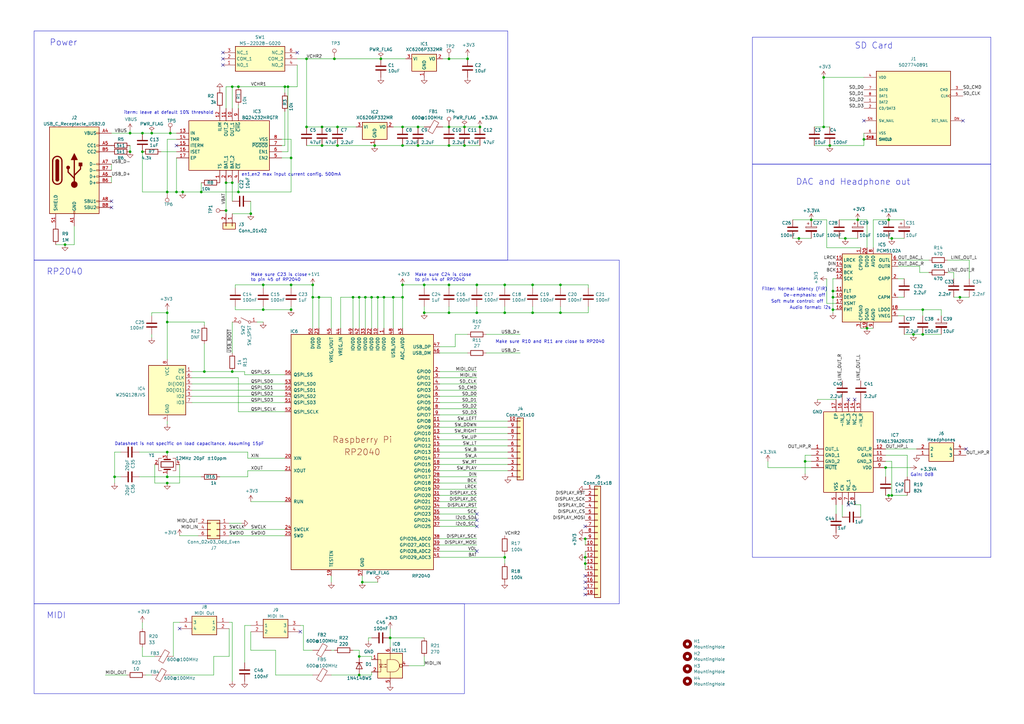
<source format=kicad_sch>
(kicad_sch (version 20230121) (generator eeschema)
  (paper "A3")
  (title_block (title "picoTracker") (date "2023-05-03") (rev "REV1"))
  (junction (at 218.44 116.84))
  (junction (at 68.58 132.08))
  (junction (at 165.1 59.69))
  (junction (at 184.15 128.27))
  (junction (at 154.94 121.92))
  (junction (at 130.81 121.92))
  (junction (at 68.58 128.27))
  (junction (at 330.2 189.23))
  (junction (at 147.32 121.92))
  (junction (at 107.95 127))
  (junction (at 327.66 97.79))
  (junction (at 69.85 54.61))
  (junction (at 95.25 74.93))
  (junction (at 102.87 87.63))
  (junction (at 92.71 74.93))
  (junction (at 157.48 121.92))
  (junction (at 341.63 119.38))
  (junction (at 26.67 100.33))
  (junction (at 240.03 220.98))
  (junction (at 165.1 52.07))
  (junction (at 125.73 24.13))
  (junction (at 240.03 228.6))
  (junction (at 207.01 116.84))
  (junction (at 68.58 195.58))
  (junction (at 184.15 59.69))
  (junction (at 152.4 121.92))
  (junction (at 190.5 59.69))
  (junction (at 184.15 116.84))
  (junction (at 337.82 52.07))
  (junction (at 156.21 24.13))
  (junction (at 184.15 24.13))
  (junction (at 153.67 59.69))
  (junction (at 346.71 97.79))
  (junction (at 207.01 228.6))
  (junction (at 107.95 116.84))
  (junction (at 144.78 121.92))
  (junction (at 137.16 24.13))
  (junction (at 218.44 128.27))
  (junction (at 128.27 121.92))
  (junction (at 229.87 128.27))
  (junction (at 132.08 52.07))
  (junction (at 363.22 191.77))
  (junction (at 68.58 185.42))
  (junction (at 62.23 54.61))
  (junction (at 240.03 231.14))
  (junction (at 171.45 59.69))
  (junction (at 128.27 116.84))
  (junction (at 332.74 90.17))
  (junction (at 97.79 78.74))
  (junction (at 138.43 52.07))
  (junction (at 68.58 198.12))
  (junction (at 341.63 127))
  (junction (at 378.46 127))
  (junction (at 58.42 54.61))
  (junction (at 68.58 78.74))
  (junction (at 173.99 128.27))
  (junction (at 195.58 116.84))
  (junction (at 119.38 64.77))
  (junction (at 393.7 121.92))
  (junction (at 354.33 57.15))
  (junction (at 119.38 127))
  (junction (at 196.85 52.07))
  (junction (at 119.38 116.84))
  (junction (at 374.65 137.16))
  (junction (at 92.71 86.36))
  (junction (at 97.79 35.56))
  (junction (at 195.58 128.27))
  (junction (at 191.77 24.13))
  (junction (at 161.29 121.92))
  (junction (at 355.6 134.62))
  (junction (at 160.02 261.62))
  (junction (at 95.25 152.4))
  (junction (at 53.34 54.61))
  (junction (at 351.79 90.17))
  (junction (at 46.99 195.58))
  (junction (at 340.36 59.69))
  (junction (at 82.55 78.74))
  (junction (at 83.82 152.4))
  (junction (at 125.73 52.07))
  (junction (at 147.32 269.24))
  (junction (at 118.11 35.56))
  (junction (at 364.49 90.17))
  (junction (at 171.45 52.07))
  (junction (at 364.49 203.2))
  (junction (at 147.32 276.86))
  (junction (at 53.34 62.23))
  (junction (at 173.99 116.84))
  (junction (at 378.46 137.16))
  (junction (at 337.82 31.75))
  (junction (at 165.1 116.84))
  (junction (at 74.93 78.74))
  (junction (at 229.87 116.84))
  (junction (at 184.15 52.07))
  (junction (at 132.08 59.69))
  (junction (at 138.43 59.69))
  (junction (at 190.5 52.07))
  (junction (at 341.63 121.92))
  (junction (at 207.01 128.27))
  (junction (at 149.86 121.92))
  (junction (at 165.1 121.92))
  (junction (at 72.39 78.74))
  (junction (at 95.25 35.56))
  (junction (at 365.76 97.79))
  (junction (at 365.76 203.2))
  (junction (at 116.84 35.56))
  (junction (at 58.42 62.23))
  (junction (at 148.59 238.76))
  (no_connect (at 72.39 59.69))
  (no_connect (at 91.44 21.59))
  (no_connect (at 240.03 238.76))
  (no_connect (at 195.58 213.36))
  (no_connect (at 91.44 24.13))
  (no_connect (at 45.72 85.09))
  (no_connect (at 240.03 236.22))
  (no_connect (at 394.97 49.53))
  (no_connect (at 195.58 215.9))
  (no_connect (at 240.03 241.3))
  (no_connect (at 354.33 49.53))
  (no_connect (at 240.03 243.84))
  (no_connect (at 123.19 259.08))
  (no_connect (at 396.24 184.15))
  (no_connect (at 350.52 163.83))
  (no_connect (at 240.03 215.9))
  (no_connect (at 347.98 207.01))
  (no_connect (at 73.66 257.81))
  (no_connect (at 347.98 163.83))
  (no_connect (at 121.92 21.59))
  (no_connect (at 195.58 226.06))
  (no_connect (at 45.72 82.55))
  (no_connect (at 91.44 26.67))
  (no_connect (at 195.58 210.82))
  (wire (pts (xy 99.06 214.63) (xy 93.98 214.63)))
  (wire (pts (xy 128.27 116.84) (xy 128.27 121.92)))
  (wire (pts (xy 165.1 116.84) (xy 173.99 116.84)))
  (wire (pts (xy 73.66 219.71) (xy 81.28 219.71)))
  (wire (pts (xy 386.08 129.54) (xy 386.08 127)))
  (wire (pts (xy 92.71 74.93) (xy 95.25 74.93)))
  (wire (pts (xy 180.34 180.34) (xy 208.28 180.34)))
  (wire (pts (xy 368.3 127) (xy 378.46 127)))
  (wire (pts (xy 74.93 78.74) (xy 82.55 78.74)))
  (wire (pts (xy 96.52 125.73) (xy 96.52 127)))
  (wire (pts (xy 195.58 128.27) (xy 184.15 128.27)))
  (wire (pts (xy 160.02 261.62) (xy 160.02 265.43)))
  (wire (pts (xy 97.79 43.18) (xy 97.79 44.45)))
  (wire (pts (xy 63.5 198.12) (xy 68.58 198.12)))
  (wire (pts (xy 154.94 134.62) (xy 154.94 121.92)))
  (wire (pts (xy 135.89 236.22) (xy 135.89 238.76)))
  (wire (pts (xy 102.87 266.7) (xy 113.03 266.7)))
  (wire (pts (xy 364.49 203.2) (xy 365.76 203.2)))
  (wire (pts (xy 332.74 186.69) (xy 330.2 186.69)))
  (wire (pts (xy 218.44 116.84) (xy 229.87 116.84)))
  (wire (pts (xy 397.51 106.68) (xy 397.51 114.3)))
  (wire (pts (xy 78.74 165.1) (xy 116.84 165.1)))
  (wire (pts (xy 144.78 134.62) (xy 144.78 121.92)))
  (wire (pts (xy 125.73 24.13) (xy 125.73 52.07)))
  (wire (pts (xy 195.58 125.73) (xy 195.58 128.27)))
  (wire (pts (xy 358.14 101.6) (xy 358.14 90.17)))
  (wire (pts (xy 53.34 62.23) (xy 53.34 59.69)))
  (wire (pts (xy 180.34 185.42) (xy 208.28 185.42)))
  (wire (pts (xy 365.76 203.2) (xy 365.76 189.23)))
  (wire (pts (xy 62.23 54.61) (xy 69.85 54.61)))
  (wire (pts (xy 207.01 128.27) (xy 195.58 128.27)))
  (wire (pts (xy 341.63 119.38) (xy 341.63 121.92)))
  (wire (pts (xy 97.79 35.56) (xy 116.84 35.56)))
  (wire (pts (xy 119.38 116.84) (xy 128.27 116.84)))
  (wire (pts (xy 339.09 124.46) (xy 342.9 124.46)))
  (wire (pts (xy 180.34 205.74) (xy 195.58 205.74)))
  (wire (pts (xy 93.98 219.71) (xy 116.84 219.71)))
  (wire (pts (xy 353.06 134.62) (xy 355.6 134.62)))
  (wire (pts (xy 180.34 172.72) (xy 208.28 172.72)))
  (wire (pts (xy 374.65 137.16) (xy 378.46 137.16)))
  (wire (pts (xy 139.7 134.62) (xy 139.7 121.92)))
  (wire (pts (xy 130.81 134.62) (xy 130.81 121.92)))
  (wire (pts (xy 147.32 266.7) (xy 147.32 269.24)))
  (wire (pts (xy 128.27 276.86) (xy 113.03 276.86)))
  (wire (pts (xy 92.71 44.45) (xy 92.71 35.56)))
  (wire (pts (xy 53.34 53.34) (xy 53.34 54.61)))
  (wire (pts (xy 58.42 265.43) (xy 58.42 269.24)))
  (wire (pts (xy 378.46 127) (xy 378.46 129.54)))
  (wire (pts (xy 78.74 162.56) (xy 116.84 162.56)))
  (wire (pts (xy 148.59 238.76) (xy 154.94 238.76)))
  (wire (pts (xy 335.28 163.83) (xy 342.9 163.83)))
  (wire (pts (xy 386.08 127) (xy 378.46 127)))
  (wire (pts (xy 124.46 256.54) (xy 124.46 266.7)))
  (wire (pts (xy 95.25 87.63) (xy 102.87 87.63)))
  (wire (pts (xy 240.03 228.6) (xy 240.03 231.14)))
  (wire (pts (xy 57.15 195.58) (xy 68.58 195.58)))
  (wire (pts (xy 240.03 226.06) (xy 240.03 228.6)))
  (wire (pts (xy 180.34 177.8) (xy 208.28 177.8)))
  (wire (pts (xy 135.89 134.62) (xy 135.89 121.92)))
  (wire (pts (xy 353.06 212.09) (xy 353.06 207.01)))
  (wire (pts (xy 83.82 140.97) (xy 83.82 152.4)))
  (wire (pts (xy 97.79 74.93) (xy 97.79 78.74)))
  (wire (pts (xy 116.84 35.56) (xy 118.11 35.56)))
  (wire (pts (xy 180.34 208.28) (xy 195.58 208.28)))
  (wire (pts (xy 71.12 269.24) (xy 71.12 255.27)))
  (wire (pts (xy 327.66 97.79) (xy 332.74 97.79)))
  (wire (pts (xy 96.52 116.84) (xy 107.95 116.84)))
  (wire (pts (xy 116.84 205.74) (xy 102.87 205.74)))
  (wire (pts (xy 388.62 106.68) (xy 397.51 106.68)))
  (wire (pts (xy 180.34 190.5) (xy 208.28 190.5)))
  (wire (pts (xy 363.22 189.23) (xy 365.76 189.23)))
  (wire (pts (xy 165.1 52.07) (xy 171.45 52.07)))
  (wire (pts (xy 342.9 207.01) (xy 342.9 210.82)))
  (wire (pts (xy 388.62 111.76) (xy 391.16 111.76)))
  (wire (pts (xy 207.01 228.6) (xy 207.01 227.33)))
  (wire (pts (xy 62.23 129.54) (xy 62.23 128.27)))
  (wire (pts (xy 363.22 203.2) (xy 364.49 203.2)))
  (wire (pts (xy 363.22 191.77) (xy 373.38 191.77)))
  (wire (pts (xy 128.27 266.7) (xy 124.46 266.7)))
  (wire (pts (xy 199.39 144.78) (xy 213.36 144.78)))
  (wire (pts (xy 149.86 121.92) (xy 152.4 121.92)))
  (wire (pts (xy 68.58 128.27) (xy 68.58 132.08)))
  (wire (pts (xy 171.45 59.69) (xy 184.15 59.69)))
  (wire (pts (xy 58.42 269.24) (xy 63.5 269.24)))
  (wire (pts (xy 68.58 195.58) (xy 82.55 195.58)))
  (wire (pts (xy 115.57 64.77) (xy 119.38 64.77)))
  (wire (pts (xy 181.61 52.07) (xy 184.15 52.07)))
  (wire (pts (xy 121.92 24.13) (xy 125.73 24.13)))
  (wire (pts (xy 68.58 198.12) (xy 73.66 198.12)))
  (wire (pts (xy 355.6 90.17) (xy 351.79 90.17)))
  (wire (pts (xy 330.2 189.23) (xy 330.2 194.31)))
  (wire (pts (xy 180.34 210.82) (xy 195.58 210.82)))
  (wire (pts (xy 184.15 125.73) (xy 184.15 128.27)))
  (wire (pts (xy 92.71 74.93) (xy 92.71 86.36)))
  (wire (pts (xy 95.25 74.93) (xy 95.25 82.55)))
  (wire (pts (xy 173.99 116.84) (xy 184.15 116.84)))
  (wire (pts (xy 180.34 220.98) (xy 195.58 220.98)))
  (wire (pts (xy 190.5 59.69) (xy 196.85 59.69)))
  (wire (pts (xy 26.67 100.33) (xy 30.48 100.33)))
  (wire (pts (xy 138.43 59.69) (xy 153.67 59.69)))
  (wire (pts (xy 30.48 92.71) (xy 30.48 100.33)))
  (wire (pts (xy 160.02 257.81) (xy 160.02 261.62)))
  (wire (pts (xy 180.34 203.2) (xy 195.58 203.2)))
  (wire (pts (xy 135.89 266.7) (xy 137.16 266.7)))
  (wire (pts (xy 218.44 118.11) (xy 218.44 116.84)))
  (wire (pts (xy 100.33 152.4) (xy 100.33 153.67)))
  (wire (pts (xy 372.11 203.2) (xy 365.76 203.2)))
  (wire (pts (xy 100.33 153.67) (xy 116.84 153.67)))
  (wire (pts (xy 95.25 152.4) (xy 83.82 152.4)))
  (wire (pts (xy 184.15 128.27) (xy 173.99 128.27)))
  (wire (pts (xy 180.34 195.58) (xy 195.58 195.58)))
  (wire (pts (xy 116.84 59.69) (xy 116.84 45.72)))
  (wire (pts (xy 96.52 118.11) (xy 96.52 116.84)))
  (wire (pts (xy 66.04 62.23) (xy 72.39 62.23)))
  (wire (pts (xy 95.25 144.78) (xy 95.25 132.08)))
  (wire (pts (xy 115.57 62.23) (xy 118.11 62.23)))
  (wire (pts (xy 195.58 118.11) (xy 195.58 116.84)))
  (wire (pts (xy 119.38 57.15) (xy 119.38 64.77)))
  (wire (pts (xy 130.81 121.92) (xy 128.27 121.92)))
  (wire (pts (xy 49.53 185.42) (xy 46.99 185.42)))
  (wire (pts (xy 240.03 231.14) (xy 240.03 233.68)))
  (wire (pts (xy 370.84 137.16) (xy 374.65 137.16)))
  (wire (pts (xy 144.78 121.92) (xy 147.32 121.92)))
  (wire (pts (xy 78.74 154.94) (xy 97.79 154.94)))
  (wire (pts (xy 105.41 132.08) (xy 107.95 132.08)))
  (wire (pts (xy 368.3 106.68) (xy 381 106.68)))
  (wire (pts (xy 148.59 236.22) (xy 148.59 238.76)))
  (wire (pts (xy 240.03 220.98) (xy 240.03 223.52)))
  (wire (pts (xy 72.39 64.77) (xy 72.39 78.74)))
  (wire (pts (xy 368.3 114.3) (xy 370.84 114.3)))
  (wire (pts (xy 101.6 193.04) (xy 101.6 195.58)))
  (wire (pts (xy 138.43 52.07) (xy 146.05 52.07)))
  (wire (pts (xy 354.33 54.61) (xy 354.33 57.15)))
  (wire (pts (xy 341.63 127) (xy 341.63 128.27)))
  (wire (pts (xy 341.63 121.92) (xy 341.63 127)))
  (wire (pts (xy 180.34 170.18) (xy 195.58 170.18)))
  (wire (pts (xy 93.98 217.17) (xy 116.84 217.17)))
  (wire (pts (xy 334.01 59.69) (xy 340.36 59.69)))
  (wire (pts (xy 157.48 121.92) (xy 157.48 134.62)))
  (wire (pts (xy 96.52 127) (xy 107.95 127)))
  (wire (pts (xy 119.38 125.73) (xy 119.38 127)))
  (wire (pts (xy 115.57 59.69) (xy 116.84 59.69)))
  (wire (pts (xy 325.12 90.17) (xy 332.74 90.17)))
  (wire (pts (xy 341.63 127) (xy 342.9 127)))
  (wire (pts (xy 95.25 35.56) (xy 97.79 35.56)))
  (wire (pts (xy 229.87 128.27) (xy 218.44 128.27)))
  (wire (pts (xy 180.34 213.36) (xy 195.58 213.36)))
  (wire (pts (xy 165.1 59.69) (xy 171.45 59.69)))
  (wire (pts (xy 207.01 125.73) (xy 207.01 128.27)))
  (wire (pts (xy 93.98 269.24) (xy 87.63 269.24)))
  (wire (pts (xy 353.06 101.6) (xy 339.09 101.6)))
  (wire (pts (xy 167.64 273.05) (xy 173.99 273.05)))
  (wire (pts (xy 68.58 172.72) (xy 68.58 173.99)))
  (wire (pts (xy 97.79 168.91) (xy 116.84 168.91)))
  (wire (pts (xy 381 111.76) (xy 377.19 111.76)))
  (wire (pts (xy 393.7 121.92) (xy 397.51 121.92)))
  (wire (pts (xy 334.01 52.07) (xy 337.82 52.07)))
  (wire (pts (xy 180.34 175.26) (xy 208.28 175.26)))
  (wire (pts (xy 190.5 52.07) (xy 196.85 52.07)))
  (wire (pts (xy 119.38 78.74) (xy 119.38 64.77)))
  (wire (pts (xy 368.3 129.54) (xy 370.84 129.54)))
  (wire (pts (xy 365.76 97.79) (xy 370.84 97.79)))
  (wire (pts (xy 57.15 185.42) (xy 68.58 185.42)))
  (wire (pts (xy 355.6 101.6) (xy 355.6 90.17)))
  (wire (pts (xy 340.36 59.69) (xy 354.33 59.69)))
  (wire (pts (xy 184.15 116.84) (xy 195.58 116.84)))
  (wire (pts (xy 128.27 121.92) (xy 128.27 134.62)))
  (wire (pts (xy 78.74 157.48) (xy 116.84 157.48)))
  (wire (pts (xy 173.99 269.24) (xy 173.99 273.05)))
  (wire (pts (xy 173.99 118.11) (xy 173.99 116.84)))
  (wire (pts (xy 82.55 74.93) (xy 82.55 78.74)))
  (wire (pts (xy 339.09 114.3) (xy 339.09 124.46)))
  (wire (pts (xy 125.73 24.13) (xy 137.16 24.13)))
  (wire (pts (xy 229.87 118.11) (xy 229.87 116.84)))
  (wire (pts (xy 180.34 187.96) (xy 208.28 187.96)))
  (wire (pts (xy 180.34 142.24) (xy 186.69 142.24)))
  (wire (pts (xy 180.34 165.1) (xy 195.58 165.1)))
  (wire (pts (xy 93.98 255.27) (xy 95.25 255.27)))
  (wire (pts (xy 229.87 125.73) (xy 229.87 128.27)))
  (wire (pts (xy 97.79 78.74) (xy 119.38 78.74)))
  (wire (pts (xy 125.73 52.07) (xy 132.08 52.07)))
  (wire (pts (xy 68.58 185.42) (xy 101.6 185.42)))
  (wire (pts (xy 22.86 100.33) (xy 26.67 100.33)))
  (wire (pts (xy 73.66 198.12) (xy 73.66 190.5)))
  (wire (pts (xy 339.09 90.17) (xy 332.74 90.17)))
  (wire (pts (xy 147.32 121.92) (xy 149.86 121.92)))
  (wire (pts (xy 152.4 121.92) (xy 154.94 121.92)))
  (wire (pts (xy 95.25 35.56) (xy 95.25 44.45)))
  (wire (pts (xy 180.34 226.06) (xy 195.58 226.06)))
  (wire (pts (xy 152.4 270.51) (xy 152.4 269.24)))
  (wire (pts (xy 49.53 195.58) (xy 46.99 195.58)))
  (wire (pts (xy 241.3 125.73) (xy 241.3 128.27)))
  (wire (pts (xy 152.4 261.62) (xy 151.13 261.62)))
  (wire (pts (xy 72.39 78.74) (xy 74.93 78.74)))
  (wire (pts (xy 344.17 90.17) (xy 351.79 90.17)))
  (wire (pts (xy 180.34 152.4) (xy 195.58 152.4)))
  (wire (pts (xy 63.5 190.5) (xy 63.5 198.12)))
  (wire (pts (xy 46.99 185.42) (xy 46.99 195.58)))
  (wire (pts (xy 195.58 116.84) (xy 207.01 116.84)))
  (wire (pts (xy 132.08 59.69) (xy 138.43 59.69)))
  (wire (pts (xy 113.03 276.86) (xy 113.03 266.7)))
  (wire (pts (xy 58.42 62.23) (xy 58.42 78.74)))
  (wire (pts (xy 180.34 200.66) (xy 195.58 200.66)))
  (wire (pts (xy 135.89 276.86) (xy 147.32 276.86)))
  (wire (pts (xy 180.34 162.56) (xy 195.58 162.56)))
  (wire (pts (xy 83.82 152.4) (xy 78.74 152.4)))
  (wire (pts (xy 345.44 207.01) (xy 345.44 212.09)))
  (wire (pts (xy 152.4 269.24) (xy 147.32 269.24)))
  (wire (pts (xy 377.19 109.22) (xy 368.3 109.22)))
  (wire (pts (xy 87.63 276.86) (xy 87.63 269.24)))
  (wire (pts (xy 339.09 101.6) (xy 339.09 90.17)))
  (wire (pts (xy 241.3 128.27) (xy 229.87 128.27)))
  (wire (pts (xy 165.1 121.92) (xy 165.1 134.62)))
  (wire (pts (xy 125.73 59.69) (xy 132.08 59.69)))
  (wire (pts (xy 364.49 97.79) (xy 365.76 97.79)))
  (wire (pts (xy 62.23 137.16) (xy 62.23 138.43)))
  (wire (pts (xy 161.29 121.92) (xy 165.1 121.92)))
  (wire (pts (xy 46.99 195.58) (xy 46.99 198.12)))
  (wire (pts (xy 71.12 255.27) (xy 73.66 255.27)))
  (wire (pts (xy 180.34 228.6) (xy 207.01 228.6)))
  (wire (pts (xy 139.7 121.92) (xy 144.78 121.92)))
  (wire (pts (xy 218.44 125.73) (xy 218.44 128.27)))
  (wire (pts (xy 161.29 134.62) (xy 161.29 121.92)))
  (wire (pts (xy 207.01 228.6) (xy 207.01 231.14)))
  (wire (pts (xy 378.46 137.16) (xy 386.08 137.16)))
  (wire (pts (xy 82.55 78.74) (xy 97.79 78.74)))
  (wire (pts (xy 119.38 118.11) (xy 119.38 116.84)))
  (wire (pts (xy 184.15 118.11) (xy 184.15 116.84)))
  (wire (pts (xy 147.32 134.62) (xy 147.32 121.92)))
  (wire (pts (xy 68.58 127) (xy 68.58 128.27)))
  (wire (pts (xy 186.69 137.16) (xy 186.69 142.24)))
  (wire (pts (xy 97.79 154.94) (xy 97.79 168.91)))
  (wire (pts (xy 102.87 256.54) (xy 100.33 256.54)))
  (wire (pts (xy 184.15 59.69) (xy 190.5 59.69)))
  (wire (pts (xy 368.3 121.92) (xy 370.84 121.92)))
  (wire (pts (xy 180.34 167.64) (xy 195.58 167.64)))
  (wire (pts (xy 207.01 116.84) (xy 218.44 116.84)))
  (wire (pts (xy 153.67 59.69) (xy 165.1 59.69)))
  (wire (pts (xy 92.71 86.36) (xy 92.71 87.63)))
  (wire (pts (xy 342.9 114.3) (xy 341.63 114.3)))
  (wire (pts (xy 363.22 184.15) (xy 375.92 184.15)))
  (wire (pts (xy 68.58 132.08) (xy 68.58 147.32)))
  (wire (pts (xy 363.22 186.69) (xy 372.11 186.69)))
  (wire (pts (xy 149.86 134.62) (xy 149.86 121.92)))
  (wire (pts (xy 171.45 52.07) (xy 173.99 52.07)))
  (wire (pts (xy 152.4 134.62) (xy 152.4 121.92)))
  (wire (pts (xy 58.42 255.27) (xy 58.42 257.81)))
  (wire (pts (xy 184.15 24.13) (xy 191.77 24.13)))
  (wire (pts (xy 45.72 72.39) (xy 45.72 74.93)))
  (wire (pts (xy 92.71 35.56) (xy 95.25 35.56)))
  (wire (pts (xy 107.95 118.11) (xy 107.95 116.84)))
  (wire (pts (xy 161.29 52.07) (xy 165.1 52.07)))
  (wire (pts (xy 372.11 186.69) (xy 372.11 195.58)))
  (wire (pts (xy 337.82 52.07) (xy 340.36 52.07)))
  (wire (pts (xy 58.42 54.61) (xy 62.23 54.61)))
  (wire (pts (xy 119.38 57.15) (xy 115.57 57.15)))
  (wire (pts (xy 101.6 187.96) (xy 101.6 185.42)))
  (wire (pts (xy 118.11 35.56) (xy 118.11 62.23)))
  (wire (pts (xy 59.69 276.86) (xy 62.23 276.86)))
  (wire (pts (xy 184.15 52.07) (xy 190.5 52.07)))
  (wire (pts (xy 154.94 121.92) (xy 157.48 121.92)))
  (wire (pts (xy 132.08 52.07) (xy 138.43 52.07)))
  (wire (pts (xy 90.17 195.58) (xy 101.6 195.58)))
  (wire (pts (xy 101.6 187.96) (xy 116.84 187.96)))
  (wire (pts (xy 180.34 160.02) (xy 195.58 160.02)))
  (wire (pts (xy 353.06 207.01) (xy 350.52 207.01)))
  (wire (pts (xy 173.99 261.62) (xy 160.02 261.62)))
  (wire (pts (xy 354.33 57.15) (xy 354.33 59.69)))
  (wire (pts (xy 391.16 121.92) (xy 393.7 121.92)))
  (wire (pts (xy 121.92 26.67) (xy 121.92 35.56)))
  (wire (pts (xy 144.78 266.7) (xy 147.32 266.7)))
  (wire (pts (xy 69.85 54.61) (xy 72.39 54.61)))
  (wire (pts (xy 330.2 189.23) (xy 332.74 189.23)))
  (wire (pts (xy 199.39 137.16) (xy 213.36 137.16)))
  (wire (pts (xy 364.49 90.17) (xy 370.84 90.17)))
  (wire (pts (xy 95.25 152.4) (xy 100.33 152.4)))
  (wire (pts (xy 157.48 121.92) (xy 161.29 121.92)))
  (wire (pts (xy 101.6 193.04) (xy 116.84 193.04)))
  (wire (pts (xy 151.13 261.62) (xy 151.13 262.89)))
  (wire (pts (xy 107.95 127) (xy 119.38 127)))
  (wire (pts (xy 165.1 116.84) (xy 165.1 121.92)))
  (wire (pts (xy 107.95 127) (xy 107.95 125.73)))
  (wire (pts (xy 135.89 121.92) (xy 130.81 121.92)))
  (wire (pts (xy 180.34 193.04) (xy 208.28 193.04)))
  (wire (pts (xy 363.22 191.77) (xy 363.22 195.58)))
  (wire (pts (xy 180.34 182.88) (xy 208.28 182.88)))
  (wire (pts (xy 116.84 35.56) (xy 116.84 38.1)))
  (wire (pts (xy 68.58 78.74) (xy 72.39 78.74)))
  (wire (pts (xy 102.87 259.08) (xy 102.87 266.7)))
  (wire (pts (xy 93.98 257.81) (xy 93.98 269.24)))
  (wire (pts (xy 45.72 67.31) (xy 45.72 69.85)))
  (wire (pts (xy 147.32 276.86) (xy 152.4 276.86)))
  (wire (pts (xy 314.96 191.77) (xy 332.74 191.77)))
  (wire (pts (xy 180.34 154.94) (xy 195.58 154.94)))
  (wire (pts (xy 45.72 54.61) (xy 53.34 54.61)))
  (wire (pts (xy 58.42 78.74) (xy 68.58 78.74)))
  (wire (pts (xy 102.87 87.63) (xy 102.87 82.55)))
  (wire (pts (xy 107.95 116.84) (xy 119.38 116.84)))
  (wire (pts (xy 341.63 114.3) (xy 341.63 119.38)))
  (wire (pts (xy 68.58 186.69) (xy 68.58 185.42)))
  (wire (pts (xy 180.34 144.78) (xy 191.77 144.78)))
  (wire (pts (xy 137.16 24.13) (xy 156.21 24.13)))
  (wire (pts (xy 314.96 189.23) (xy 314.96 191.77)))
  (wire (pts (xy 121.92 35.56) (xy 118.11 35.56)))
  (wire (pts (xy 83.82 132.08) (xy 68.58 132.08)))
  (wire (pts (xy 207.01 118.11) (xy 207.01 116.84)))
  (wire (pts (xy 69.85 276.86) (xy 87.63 276.86)))
  (wire (pts (xy 354.33 31.75) (xy 337.82 31.75)))
  (wire (pts (xy 123.19 256.54) (xy 124.46 256.54)))
  (wire (pts (xy 229.87 116.84) (xy 241.3 116.84)))
  (wire (pts (xy 152.4 275.59) (xy 152.4 276.86)))
  (wire (pts (xy 377.19 111.76) (xy 377.19 109.22)))
  (wire (pts (xy 241.3 118.11) (xy 241.3 116.84)))
  (wire (pts (xy 173.99 125.73) (xy 173.99 128.27)))
  (wire (pts (xy 342.9 119.38) (xy 341.63 119.38)))
  (wire (pts (xy 180.34 157.48) (xy 195.58 157.48)))
  (wire (pts (xy 166.37 24.13) (xy 156.21 24.13)))
  (wire (pts (xy 355.6 134.62) (xy 358.14 134.62)))
  (wire (pts (xy 78.74 160.02) (xy 116.84 160.02)))
  (wire (pts (xy 68.58 57.15) (xy 68.58 78.74)))
  (wire (pts (xy 180.34 215.9) (xy 195.58 215.9)))
  (wire (pts (xy 337.82 31.75) (xy 337.82 52.07)))
  (wire (pts (xy 181.61 24.13) (xy 184.15 24.13)))
  (wire (pts (xy 358.14 90.17) (xy 364.49 90.17)))
  (wire (pts (xy 391.16 111.76) (xy 391.16 114.3)))
  (wire (pts (xy 180.34 223.52) (xy 195.58 223.52)))
  (wire (pts (xy 186.69 137.16) (xy 191.77 137.16)))
  (wire (pts (xy 325.12 97.79) (xy 327.66 97.79)))
  (wire (pts (xy 344.17 97.79) (xy 346.71 97.79)))
  (wire (pts (xy 218.44 128.27) (xy 207.01 128.27)))
  (wire (pts (xy 191.77 24.13) (xy 191.77 22.86)))
  (wire (pts (xy 68.58 194.31) (xy 68.58 195.58)))
  (wire (pts (xy 62.23 128.27) (xy 68.58 128.27)))
  (wire (pts (xy 72.39 57.15) (xy 68.58 57.15)))
  (wire (pts (xy 83.82 133.35) (xy 83.82 132.08)))
  (wire (pts (xy 346.71 97.79) (xy 351.79 97.79)))
  (wire (pts (xy 100.33 256.54) (xy 100.33 271.78)))
  (wire (pts (xy 53.34 54.61) (xy 58.42 54.61)))
  (wire (pts (xy 43.18 276.86) (xy 52.07 276.86)))
  (wire (pts (xy 330.2 186.69) (xy 330.2 189.23)))
  (wire (pts (xy 342.9 121.92) (xy 341.63 121.92)))
  (wire (pts (xy 180.34 198.12) (xy 195.58 198.12)))
  (wire (pts (xy 95.25 255.27) (xy 95.25 279.4)))
  (rectangle (start 308.61 15.24) (end 406.4 67.31))
  (rectangle (start 13.97 247.65) (end 190.5 284.48))
  (rectangle (start 308.61 67.31) (end 406.4 228.6))
  (rectangle (start 13.97 12.7) (end 208.28 106.68))
  (rectangle (start 13.97 106.68) (end 254 247.65))
  (text "DAC and Headphone out" (at 326.39 76.2 0) (effects (font (size 2.54 2.54)) (justify left bottom)))
  (text "iterm: leave at default 10% threshold" (at 50.8 46.99 0) (effects (font (size 1.27 1.27)) (justify left bottom)))
  (text "SD Card" (at 350.52 20.32 0) (effects (font (size 2.54 2.54)) (justify left bottom)))
  (text "en1,en2 max input current config. 500mA" (at 99.06 72.39 0) (effects (font (size 1.27 1.27)) (justify left bottom)))
  (text "Power" (at 20.32 19.05 0) (effects (font (size 2.54 2.54)) (justify left bottom)))
  (text "RP2040" (at 19.05 113.03 0) (effects (font (size 2.54 2.54)) (justify left bottom)))
  (text "Filter: Normal latency (FIR)\n" (at 312.42 119.38 0) (effects (font (size 1.27 1.27)) (justify left bottom)))
  (text "Datasheet is not specific on load capacitance. Assuming 15pF" (at 46.99 182.88 0) (effects (font (size 1.27 1.27)) (justify left bottom)))
  (text "Make sure C23 is close\nto pin 45 of RP2040" (at 102.87 115.57 0) (effects (font (size 1.27 1.27)) (justify left bottom)))
  (text "Soft mute control: off" (at 316.23 124.46 0) (effects (font (size 1.27 1.27)) (justify left bottom)))
  (text "Make sure R10 and R11 are close to RP2040" (at 203.2 140.97 0) (effects (font (size 1.27 1.27)) (justify left bottom)))
  (text "Gain: 0dB" (at 373.38 195.58 0) (effects (font (size 1.27 1.27)) (justify left bottom)))
  (text "De-emphasis: off" (at 321.31 121.92 0) (effects (font (size 1.27 1.27)) (justify left bottom)))
  (text "MIDI" (at 19.05 254 0) (effects (font (size 2.54 2.54)) (justify left bottom)))
  (text "Audio format: i2s" (at 323.85 127 0) (effects (font (size 1.27 1.27)) (justify left bottom)))
  (text "Make sure C24 is close\nto pin 44 of RP2040" (at 170.18 115.57 0) (effects (font (size 1.27 1.27)) (justify left bottom)))
  (label "SD_D2" (at 354.33 41.91 180))
  (label "DIN" (at 195.58 195.58 180))
  (label "OUT_HP_R" (at 396.24 186.69 0))
  (label "MIDI_OUT" (at 81.28 214.63 180))
  (label "SD_CLK" (at 394.97 39.37 0))
  (label "DISPLAY_SCK" (at 240.03 205.74 180))
  (label "SD_CMD" (at 394.97 36.83 0))
  (label "QSPI_SD0" (at 102.87 157.48 0))
  (label "DISPLAY_SCK" (at 195.58 220.98 180))
  (label "i2c0_SCL" (at 195.58 215.9 180))
  (label "SD_D3" (at 354.33 44.45 180))
  (label "SD_CMD" (at 195.58 160.02 180))
  (label "XOUT" (at 102.87 193.04 0))
  (label "VOL" (at 195.58 226.06 180))
  (label "DISPLAY_MOSI" (at 195.58 223.52 180))
  (label "SD_CLK" (at 195.58 157.48 180))
  (label "SW_PLAY" (at 195.58 193.04 180))
  (label "DIN" (at 342.9 109.22 180))
  (label "MIDI_OUT" (at 195.58 152.4 180))
  (label "MIDI_IN" (at 81.28 217.17 180))
  (label "SW_UP" (at 195.58 180.34 180))
  (label "DISPLAY_RST" (at 240.03 203.2 180))
  (label "SWDIO" (at 102.87 219.71 0))
  (label "LINE_OUT_R" (at 345.44 156.21 90))
  (label "VBAT" (at 92.71 83.82 90))
  (label "USB_D+" (at 45.72 72.39 0))
  (label "DISPLAY_CS" (at 195.58 203.2 180))
  (label "USB_D-" (at 45.72 67.31 0))
  (label "SCK" (at 195.58 210.82 180))
  (label "SW_B" (at 195.58 185.42 180))
  (label "SD_D1" (at 354.33 39.37 180))
  (label "QSPI_SD2" (at 102.87 162.56 0))
  (label "VCHR2" (at 207.01 219.71 0))
  (label "OUT_DAC_R" (at 368.3 109.22 0))
  (label "XIN" (at 102.87 187.96 0))
  (label "~{USB_BOOT}" (at 95.25 144.78 90))
  (label "LRCK" (at 342.9 106.68 180))
  (label "BAT" (at 195.58 228.6 180))
  (label "MIDI_OUT" (at 43.18 276.86 0))
  (label "SD_D0" (at 195.58 162.56 180))
  (label "QSPI_SS" (at 102.87 153.67 0))
  (label "SD_D1" (at 195.58 165.1 180))
  (label "BCK" (at 342.9 111.76 180))
  (label "QSPI_SCLK" (at 102.87 168.91 0))
  (label "SWCLK" (at 93.98 217.17 0))
  (label "DISPLAY_MOSI" (at 240.03 213.36 180))
  (label "LINE_OUT_L" (at 389.89 106.68 0))
  (label "QSPI_SD1" (at 102.87 160.02 0))
  (label "VCHR2" (at 125.73 24.13 0))
  (label "USB_D+" (at 213.36 137.16 180))
  (label "SWDIO" (at 93.98 219.71 0))
  (label "DISPLAY_DC" (at 195.58 205.74 180))
  (label "MIDI_IN" (at 195.58 154.94 180))
  (label "USB_D-" (at 213.36 144.78 180))
  (label "DISPLAY_CS" (at 240.03 210.82 180))
  (label "SW_LT" (at 195.58 182.88 180))
  (label "VBUS" (at 46.99 54.61 0))
  (label "SD_D2" (at 195.58 167.64 180))
  (label "SD_D0" (at 354.33 36.83 180))
  (label "DISPLAY_RST" (at 195.58 208.28 180))
  (label "LINE_OUT_L" (at 353.06 156.21 90))
  (label "SW_DOWN" (at 195.58 175.26 180))
  (label "OUT_DAC_L" (at 368.3 106.68 0))
  (label "SW_A" (at 195.58 187.96 180))
  (label "VCHR1" (at 102.87 35.56 0))
  (label "LRCK" (at 195.58 200.66 180))
  (label "SW_LEFT" (at 195.58 172.72 180))
  (label "QSPI_SD3" (at 102.87 165.1 0))
  (label "SD_D3" (at 195.58 170.18 180))
  (label "LINE_OUT_R" (at 388.62 111.76 0))
  (label "MIDI_IN" (at 173.99 273.05 0))
  (label "OUT_HP_L" (at 363.22 184.15 0))
  (label "SW_RT" (at 195.58 190.5 180))
  (label "OUT_HP_R" (at 332.74 184.15 180))
  (label "SWCLK" (at 102.87 217.17 0))
  (label "SW_RIGHT" (at 195.58 177.8 180))
  (label "BCK" (at 195.58 198.12 180))
  (label "DISPLAY_DC" (at 240.03 208.28 180))
  (label "i2c0_SDA" (at 195.58 213.36 180))
  (symbol (lib_id "MCU_RaspberryPi_RP2040:RP2040") (at 148.59 185.42 0) (unit 1)
    (property "Reference" "IC6" (at 120.65 135.89 0))
    (property "Value" "RP2040" (at 172.72 236.22 0))
    (property "Footprint" "Package_DFN_QFN:QFN-56-1EP_7x7mm_P0.4mm_EP3.2x3.2mm" (effects hide))
    (property "LCSC" "C2040" (effects hide))
    (property "JLCPCB Extended" "yes" (effects hide))
  )
  (symbol (lib_id "Device:C") (at 53.34 185.42 270) (unit 1)
    (property "Reference" "C35" (at 54.5084 188.341 0) (effects (justify left)))
    (property "Value" "20pF" (at 52.197 188.341 0) (effects (justify left)))
    (property "Footprint" "Capacitor_SMD:C_0603_1608Metric" (effects hide))
    (property "LCSC" "C1648" (effects hide))
  )
  (symbol (lib_id "Device:C") (at 53.34 195.58 270) (unit 1)
    (property "Reference" "C36" (at 54.5084 198.501 0) (effects (justify left)))
    (property "Value" "20pF" (at 52.197 198.501 0) (effects (justify left)))
    (property "Footprint" "Capacitor_SMD:C_0603_1608Metric" (effects hide))
    (property "LCSC" "C1648" (effects hide))
  )
  (symbol (lib_id "power:GND") (at 46.99 198.12 0) (unit 1)
    (property "Reference" "#PWR035" (effects hide))
    (property "Value" "GND" (effects hide))
  )
  (symbol (lib_id "power:+3V3") (at 68.58 127 0) (mirror y) (unit 1)
    (property "Reference" "#PWR021" (effects hide))
    (property "Value" "+3V3" (at 68.199 122.6058 0))
  )
  (symbol (lib_id "power:GND") (at 68.58 173.99 0) (mirror y) (unit 1)
    (property "Reference" "#PWR032" (effects hide))
    (property "Value" "GND" (effects hide))
  )
  (symbol (lib_id "Device:R") (at 83.82 137.16 0) (mirror y) (unit 1)
    (property "Reference" "R12" (at 82.042 135.9916 0) (effects (justify left)))
    (property "Value" "DNF" (at 82.042 138.303 0) (effects (justify left)))
    (property "Footprint" "Resistor_SMD:R_0603_1608Metric" (effects hide))
  )
  (symbol (lib_id "Device:R") (at 95.25 148.59 0) (mirror y) (unit 1)
    (property "Reference" "R13" (at 100.5078 148.59 90))
    (property "Value" "1k" (at 98.1964 148.59 90))
    (property "Footprint" "Resistor_SMD:R_0603_1608Metric" (effects hide))
    (property "LCSC" "C21190" (effects hide))
  )
  (symbol (lib_id "Device:C") (at 62.23 133.35 0) (mirror y) (unit 1)
    (property "Reference" "C25" (at 59.309 132.1816 0) (effects (justify left)))
    (property "Value" "100nF" (at 59.309 134.493 0) (effects (justify left)))
    (property "Footprint" "Capacitor_SMD:C_0603_1608Metric" (effects hide))
    (property "LCSC" "C14663" (effects hide))
  )
  (symbol (lib_id "power:GND") (at 62.23 138.43 0) (mirror y) (unit 1)
    (property "Reference" "#PWR022" (effects hide))
    (property "Value" "GND" (effects hide))
  )
  (symbol (lib_id "power:GND") (at 148.59 238.76 0) (unit 1)
    (property "Reference" "#PWR045" (effects hide))
    (property "Value" "GND" (effects hide))
  )
  (symbol (lib_id "power:GND") (at 135.89 238.76 0) (unit 1)
    (property "Reference" "#PWR044" (effects hide))
    (property "Value" "GND" (effects hide))
  )
  (symbol (lib_id "Device:R") (at 195.58 137.16 270) (unit 1)
    (property "Reference" "R10" (at 195.58 131.9022 90))
    (property "Value" "27" (at 195.58 134.2136 90))
    (property "Footprint" "Resistor_SMD:R_0603_1608Metric" (effects hide))
    (property "LCSC" "C25190" (effects hide))
  )
  (symbol (lib_id "Device:R") (at 195.58 144.78 270) (unit 1)
    (property "Reference" "R11" (at 195.58 139.5222 90))
    (property "Value" "27" (at 195.58 141.8336 90))
    (property "Footprint" "Resistor_SMD:R_0603_1608Metric" (effects hide))
    (property "LCSC" "C25190" (effects hide))
  )
  (symbol (lib_id "power:+3V3") (at 165.1 116.84 0) (unit 1)
    (property "Reference" "#PWR013" (effects hide))
    (property "Value" "+3V3" (at 165.481 112.4458 0))
  )
  (symbol (lib_id "power:+1V1") (at 128.27 116.84 0) (unit 1)
    (property "Reference" "#PWR012" (effects hide))
    (property "Value" "+1V1" (at 128.651 112.4458 0))
  )
  (symbol (lib_id "Device:C") (at 184.15 121.92 0) (unit 1)
    (property "Reference" "C16" (at 187.071 120.7516 0) (effects (justify left)))
    (property "Value" "100nF" (at 187.071 123.063 0) (effects (justify left)))
    (property "Footprint" "Capacitor_SMD:C_0603_1608Metric" (effects hide))
    (property "LCSC" "C14663" (effects hide))
  )
  (symbol (lib_id "Device:C") (at 195.58 121.92 0) (unit 1)
    (property "Reference" "C17" (at 198.501 120.7516 0) (effects (justify left)))
    (property "Value" "100nF" (at 198.501 123.063 0) (effects (justify left)))
    (property "Footprint" "Capacitor_SMD:C_0603_1608Metric" (effects hide))
    (property "LCSC" "C14663" (effects hide))
  )
  (symbol (lib_id "Device:C") (at 207.01 121.92 0) (unit 1)
    (property "Reference" "C18" (at 209.931 120.7516 0) (effects (justify left)))
    (property "Value" "100nF" (at 209.931 123.063 0) (effects (justify left)))
    (property "Footprint" "Capacitor_SMD:C_0603_1608Metric" (effects hide))
    (property "LCSC" "C14663" (effects hide))
  )
  (symbol (lib_id "Device:C") (at 218.44 121.92 0) (unit 1)
    (property "Reference" "C19" (at 221.361 120.7516 0) (effects (justify left)))
    (property "Value" "100nF" (at 221.361 123.063 0) (effects (justify left)))
    (property "Footprint" "Capacitor_SMD:C_0603_1608Metric" (effects hide))
    (property "LCSC" "C14663" (effects hide))
  )
  (symbol (lib_id "Device:C") (at 229.87 121.92 0) (unit 1)
    (property "Reference" "C20" (at 232.791 120.7516 0) (effects (justify left)))
    (property "Value" "100nF" (at 232.791 123.063 0) (effects (justify left)))
    (property "Footprint" "Capacitor_SMD:C_0603_1608Metric" (effects hide))
    (property "LCSC" "C14663" (effects hide))
  )
  (symbol (lib_id "Device:C") (at 241.3 121.92 0) (unit 1)
    (property "Reference" "C21" (at 244.221 120.7516 0) (effects (justify left)))
    (property "Value" "100nF" (at 244.221 123.063 0) (effects (justify left)))
    (property "Footprint" "Capacitor_SMD:C_0603_1608Metric" (effects hide))
    (property "LCSC" "C14663" (effects hide))
  )
  (symbol (lib_id "Device:C") (at 96.52 121.92 0) (unit 1)
    (property "Reference" "C14" (at 99.441 120.7516 0) (effects (justify left)))
    (property "Value" "100nF" (at 99.441 123.063 0) (effects (justify left)))
    (property "Footprint" "Capacitor_SMD:C_0603_1608Metric" (effects hide))
    (property "LCSC" "C14663" (effects hide))
  )
  (symbol (lib_id "Device:C") (at 107.95 121.92 0) (unit 1)
    (property "Reference" "C15" (at 110.871 120.7516 0) (effects (justify left)))
    (property "Value" "100nF" (at 110.871 123.063 0) (effects (justify left)))
    (property "Footprint" "Capacitor_SMD:C_0603_1608Metric" (effects hide))
    (property "LCSC" "C14663" (effects hide))
  )
  (symbol (lib_id "Device:C") (at 119.38 121.92 0) (unit 1)
    (property "Reference" "C23" (at 122.301 120.7516 0) (effects (justify left)))
    (property "Value" "1uF" (at 122.301 123.063 0) (effects (justify left)))
    (property "Footprint" "Capacitor_SMD:C_0603_1608Metric" (effects hide))
    (property "LCSC" "C15849" (effects hide))
  )
  (symbol (lib_id "Device:C") (at 173.99 121.92 0) (unit 1)
    (property "Reference" "C24" (at 176.911 120.7516 0) (effects (justify left)))
    (property "Value" "1uF" (at 176.911 123.063 0) (effects (justify left)))
    (property "Footprint" "Capacitor_SMD:C_0603_1608Metric" (effects hide))
    (property "LCSC" "C15849" (effects hide))
  )
  (symbol (lib_id "Mechanical:MountingHole") (at 281.94 264.16 0) (unit 1)
    (property "Reference" "H1" (at 284.48 262.9916 0) (effects (justify left)))
    (property "Value" "MountingHole" (at 284.48 265.303 0) (effects (justify left)))
    (property "Footprint" "MountingHole:MountingHole_2.2mm_M2" (effects hide))
  )
  (symbol (lib_id "Mechanical:MountingHole") (at 281.94 269.24 0) (unit 1)
    (property "Reference" "H2" (at 284.48 268.0716 0) (effects (justify left)))
    (property "Value" "MountingHole" (at 284.48 270.383 0) (effects (justify left)))
    (property "Footprint" "MountingHole:MountingHole_2.2mm_M2" (effects hide))
  )
  (symbol (lib_id "Mechanical:MountingHole") (at 281.94 274.32 0) (unit 1)
    (property "Reference" "H3" (at 284.48 273.1516 0) (effects (justify left)))
    (property "Value" "MountingHole" (at 284.48 275.463 0) (effects (justify left)))
    (property "Footprint" "MountingHole:MountingHole_2.2mm_M2" (effects hide))
  )
  (symbol (lib_id "Mechanical:MountingHole") (at 281.94 279.4 0) (unit 1)
    (property "Reference" "H4" (at 284.48 278.2316 0) (effects (justify left)))
    (property "Value" "MountingHole" (at 284.48 280.543 0) (effects (justify left)))
    (property "Footprint" "MountingHole:MountingHole_2.2mm_M2" (effects hide))
  )
  (symbol (lib_id "power:GND") (at 119.38 127 0) (unit 1)
    (property "Reference" "#PWR018" (effects hide))
    (property "Value" "GND" (effects hide))
  )
  (symbol (lib_id "power:GND") (at 173.99 128.27 0) (unit 1)
    (property "Reference" "#PWR019" (effects hide))
    (property "Value" "GND" (effects hide))
  )
  (symbol (lib_id "Regulator_Linear:NCP1117-3.3_SOT223") (at 173.99 24.13 0) (unit 1)
    (property "Reference" "IC1" (at 173.99 17.9832 0))
    (property "Value" "XC6206P332MR" (at 173.99 20.2946 0))
    (property "Footprint" "Package_TO_SOT_SMD:SOT-23" (effects hide))
    (property "Datasheet" "http://www.onsemi.com/pub_link/Collateral/NCP1117-D.PDF" (effects hide))
    (property "LCSC" "C5446" (effects hide))
  )
  (symbol (lib_id "power:VBUS") (at 53.34 53.34 0) (unit 1)
    (property "Reference" "#PWR08" (effects hide))
    (property "Value" "VBUS" (at 53.721 48.9458 0))
  )
  (symbol (lib_id "power:GND") (at 173.99 31.75 0) (unit 1)
    (property "Reference" "#PWR06" (effects hide))
    (property "Value" "GND" (effects hide))
  )
  (symbol (lib_id "power:+3V3") (at 191.77 22.86 0) (unit 1)
    (property "Reference" "#PWR02" (effects hide))
    (property "Value" "+3V3" (at 192.151 18.4658 0))
  )
  (symbol (lib_id "Device:C") (at 156.21 27.94 0) (unit 1)
    (property "Reference" "C1" (at 159.131 26.7716 0) (effects (justify left)))
    (property "Value" "10uF" (at 159.131 29.083 0) (effects (justify left)))
    (property "Footprint" "Capacitor_SMD:C_0603_1608Metric" (effects hide))
    (property "LCSC" "C19702" (effects hide))
  )
  (symbol (lib_id "Device:C") (at 191.77 27.94 0) (unit 1)
    (property "Reference" "C2" (at 194.691 26.7716 0) (effects (justify left)))
    (property "Value" "10uF" (at 194.691 29.083 0) (effects (justify left)))
    (property "Footprint" "Capacitor_SMD:C_0603_1608Metric" (effects hide))
    (property "LCSC" "C19702" (effects hide))
  )
  (symbol (lib_id "power:GND") (at 156.21 31.75 0) (unit 1)
    (property "Reference" "#PWR04" (effects hide))
    (property "Value" "GND" (effects hide))
  )
  (symbol (lib_id "power:GND") (at 191.77 31.75 0) (unit 1)
    (property "Reference" "#PWR05" (effects hide))
    (property "Value" "GND" (effects hide))
  )
  (symbol (lib_id "Device:R") (at 86.36 195.58 270) (unit 1)
    (property "Reference" "R16" (at 86.36 195.58 90))
    (property "Value" "1k" (at 87.63 198.12 90))
    (property "Footprint" "Resistor_SMD:R_0603_1608Metric" (effects hide))
    (property "LCSC" "C21190" (effects hide))
  )
  (symbol (lib_id "power:GND") (at 107.95 132.08 0) (mirror y) (unit 1)
    (property "Reference" "#PWR029" (effects hide))
    (property "Value" "GND" (effects hide))
  )
  (symbol (lib_id "power:+3V3") (at 240.03 220.98 90) (mirror x) (unit 1)
    (property "Reference" "#PWR043" (effects hide))
    (property "Value" "+3V3" (at 235.6358 221.361 0))
  )
  (symbol (lib_id "Device:C") (at 340.36 55.88 0) (unit 1)
    (property "Reference" "C4" (at 340.36 53.34 0) (effects (justify left)))
    (property "Value" "100nF" (at 341.63 58.42 0) (effects (justify left)))
    (property "Footprint" "Capacitor_SMD:C_0603_1608Metric" (effects hide))
    (property "LCSC" "C14663" (effects hide))
  )
  (symbol (lib_id "Connector_Generic:Conn_01x18") (at 245.11 220.98 0) (unit 1)
    (property "Reference" "J5" (at 245.11 195.58 0))
    (property "Value" "Conn_01x18" (at 245.11 198.12 0))
    (property "Footprint" "project:QD-TFT2803" (effects hide))
  )
  (symbol (lib_id "Connector:TestPoint") (at 69.85 54.61 0) (unit 1)
    (property "Reference" "TP5" (at 68.58 49.53 0) (effects (justify left)))
    (property "Value" "VBUS" (effects hide))
    (property "Footprint" "TestPoint:TestPoint_Pad_D1.0mm" (effects hide))
  )
  (symbol (lib_id "Connector:TestPoint") (at 68.58 78.74 180) (unit 1)
    (property "Reference" "TP6" (at 67.31 83.82 0) (effects (justify right)))
    (property "Value" "GND" (effects hide))
    (property "Footprint" "TestPoint:TestPoint_Pad_D1.0mm" (effects hide))
  )
  (symbol (lib_id "power:+3.3VA") (at 314.96 189.23 0) (unit 1)
    (property "Reference" "#PWR049" (effects hide))
    (property "Value" "+3.3VA" (at 314.96 185.42 0))
  )
  (symbol (lib_id "power:GND") (at 90.17 36.83 180) (unit 1)
    (property "Reference" "#PWR03" (effects hide))
    (property "Value" "GND" (effects hide))
  )
  (symbol (lib_id "Device:C") (at 190.5 55.88 0) (unit 1)
    (property "Reference" "C11" (at 191.77 53.34 0) (effects (justify left)))
    (property "Value" "47uF" (at 191.77 58.42 0) (effects (justify left)))
    (property "Footprint" "Capacitor_SMD:C_0805_2012Metric" (effects hide))
    (property "LCSC" "C16780" (effects hide))
  )
  (symbol (lib_id "power:GND") (at 355.6 134.62 0) (unit 1)
    (property "Reference" "#PWR037" (effects hide))
    (property "Value" "GND" (effects hide))
  )
  (symbol (lib_id "Device:FerriteBead") (at 66.04 276.86 90) (unit 1)
    (property "Reference" "FB4" (at 63.5 275.59 90))
    (property "Value" "600@100MHz" (at 73.66 278.13 90))
    (property "Footprint" "Resistor_SMD:R_0805_2012Metric" (effects hide))
    (property "LCSC" "C1017" (effects hide))
  )
  (symbol (lib_id "Connector:USB_C_Receptacle_USB2.0") (at 30.48 69.85 0) (unit 1)
    (property "Reference" "J2" (at 30.48 48.26 0))
    (property "Value" "USB_C_Receptacle_USB2.0" (at 30.48 50.8 0))
    (property "Footprint" "project:USB_C_Receptacle_G-Switch_GT-USB-7010ASV" (effects hide))
    (property "Datasheet" "https://www.usb.org/sites/default/files/documents/usb_type-c.zip" (effects hide))
    (property "LCSC" "C2988369" (effects hide))
    (property "JLCPCB Extended" "yes" (effects hide))
  )
  (symbol (lib_id "Device:R") (at 173.99 265.43 180) (unit 1)
    (property "Reference" "R21" (at 176.53 264.795 0) (effects (justify right)))
    (property "Value" "270" (at 176.53 267.335 0) (effects (justify right)))
    (property "Footprint" "Resistor_SMD:R_0603_1608Metric" (effects hide))
    (property "LCSC" "C22966" (effects hide))
  )
  (symbol (lib_id "Device:R") (at 372.11 199.39 0) (unit 1)
    (property "Reference" "R19" (at 374.65 198.755 0) (effects (justify left)))
    (property "Value" "82k" (at 374.65 201.295 0) (effects (justify left)))
    (property "Footprint" "Resistor_SMD:R_0805_2012Metric" (effects hide))
    (property "LCSC" "C17840" (effects hide))
  )
  (symbol (lib_id "Device:R") (at 58.42 261.62 0) (unit 1)
    (property "Reference" "R20" (at 60.96 260.985 0) (effects (justify left)))
    (property "Value" "33" (at 60.96 263.525 0) (effects (justify left)))
    (property "Footprint" "Resistor_SMD:R_0603_1608Metric" (effects hide))
    (property "LCSC" "C23140" (effects hide))
  )
  (symbol (lib_id "Audio:PCM5102A") (at 355.6 116.84 0) (unit 1)
    (property "Reference" "IC5" (at 360.0959 100.33 0) (effects (justify left)))
    (property "Value" "PCM5102A" (at 359.41 102.87 0) (effects (justify left)))
    (property "Footprint" "Package_SO:TSSOP-20_4.4x6.5mm_P0.65mm" (effects hide))
    (property "Datasheet" "https://www.ti.com/lit/ds/symlink/pcm5102a.pdf" (effects hide))
    (property "LCSC" "C107671" (effects hide))
    (property "JLCPCB Extended" "yes" (effects hide))
  )
  (symbol (lib_id "Device:C") (at 99.06 82.55 90) (unit 1)
    (property "Reference" "C22" (at 99.06 77.47 0) (effects (justify left)))
    (property "Value" "10uF" (at 101.6 77.47 0) (effects (justify left)))
    (property "Footprint" "Capacitor_SMD:C_0603_1608Metric" (effects hide))
    (property "LCSC" "C19702" (effects hide))
  )
  (symbol (lib_id "Device:C") (at 391.16 118.11 0) (unit 1)
    (property "Reference" "C33" (at 387.35 115.57 0) (effects (justify left)))
    (property "Value" "2.2nF" (at 384.81 120.65 0) (effects (justify left)))
    (property "Footprint" "Capacitor_SMD:C_0603_1608Metric" (effects hide))
    (property "LCSC" "C1604" (effects hide))
  )
  (symbol (lib_id "Device:R") (at 90.17 40.64 0) (unit 1)
    (property "Reference" "R2" (at 85.09 39.37 0) (effects (justify left)))
    (property "Value" "3k" (at 86.36 41.91 0) (effects (justify left)))
    (property "Footprint" "Resistor_SMD:R_0603_1608Metric" (effects hide))
    (property "LCSC" "C4211" (effects hide))
  )
  (symbol (lib_id "power:GND") (at 346.71 97.79 0) (unit 1)
    (property "Reference" "#PWR027" (effects hide))
    (property "Value" "GND" (effects hide))
  )
  (symbol (lib_id "power:GND") (at 99.06 214.63 90) (mirror x) (unit 1)
    (property "Reference" "#PWR053" (effects hide))
    (property "Value" "GND" (effects hide))
  )
  (symbol (lib_id "Device:C") (at 100.33 275.59 0) (unit 1)
    (property "Reference" "C46" (at 104.14 274.955 0) (effects (justify left)))
    (property "Value" "100nF" (at 104.14 277.495 0) (effects (justify left)))
    (property "Footprint" "Capacitor_SMD:C_0603_1608Metric" (effects hide))
    (property "LCSC" "C14663" (effects hide))
  )
  (symbol (lib_id "Device:R") (at 207.01 234.95 0) (unit 1)
    (property "Reference" "R18" (at 209.55 234.315 0) (effects (justify left)))
    (property "Value" "100k" (at 209.55 236.855 0) (effects (justify left)))
    (property "Footprint" "Resistor_SMD:R_0603_1608Metric" (effects hide))
    (property "LCSC" "C25803" (effects hide))
  )
  (symbol (lib_id "Device:C") (at 334.01 55.88 0) (unit 1)
    (property "Reference" "C3" (at 334.01 53.34 0) (effects (justify left)))
    (property "Value" "10uF" (at 334.01 58.42 0) (effects (justify left)))
    (property "Footprint" "Capacitor_SMD:C_0603_1608Metric" (effects hide))
    (property "LCSC" "C19702" (effects hide))
  )
  (symbol (lib_id "Connector:TestPoint") (at 184.15 52.07 0) (unit 1)
    (property "Reference" "TP4" (at 182.88 45.72 0) (effects (justify left)))
    (property "Value" "3.3VA" (effects hide))
    (property "Footprint" "TestPoint:TestPoint_Pad_D1.0mm" (effects hide))
  )
  (symbol (lib_id "Molex SD inverted push-push:5027740891") (at 374.65 44.45 0) (mirror y) (unit 1)
    (property "Reference" "J1" (at 374.65 24.13 0))
    (property "Value" "5027740891" (at 374.65 26.67 0))
    (property "Footprint" "project:MOLEX_5027740891" (effects hide))
    (property "PARTREV" "D" (effects hide))
    (property "MANUFACTURER" "Molex" (effects hide))
    (property "SNAPEDA_PN" "5027740891" (effects hide))
    (property "MAXIMUM_PACKAGE_HEIGHT" "1.95mm" (effects hide))
    (property "STANDARD" "Manufacturer Recommendations" (effects hide))
    (property "LCSC" "C330255" (effects hide))
    (property "JLCPCB Extended" "yes" (effects hide))
  )
  (symbol (lib_id "Device:C") (at 397.51 118.11 0) (unit 1)
    (property "Reference" "C34" (at 398.78 115.57 0) (effects (justify left)))
    (property "Value" "2.2nF" (at 398.78 120.65 0) (effects (justify left)))
    (property "Footprint" "Capacitor_SMD:C_0603_1608Metric" (effects hide))
    (property "LCSC" "C1604" (effects hide))
  )
  (symbol (lib_id "power:+3V3") (at 351.79 90.17 0) (unit 1)
    (property "Reference" "#PWR024" (effects hide))
    (property "Value" "+3V3" (at 352.171 85.7758 0))
  )
  (symbol (lib_id "Connector_Generic:Conn_01x10") (at 213.36 185.42 0) (mirror x) (unit 1)
    (property "Reference" "J4" (at 213.36 167.64 0))
    (property "Value" "Conn_01x10" (at 213.36 170.18 0))
    (property "Footprint" "project:PinHeader_1x10_P2.54mm_Vertical" (effects hide))
  )
  (symbol (lib_id "power:GND") (at 95.25 279.4 0) (unit 1)
    (property "Reference" "#PWR059" (effects hide))
    (property "Value" "GND" (effects hide))
  )
  (symbol (lib_id "Device:C") (at 344.17 93.98 0) (unit 1)
    (property "Reference" "C28" (at 339.725 91.44 0) (effects (justify left)))
    (property "Value" "100nF" (at 339.09 96.52 0) (effects (justify left)))
    (property "Footprint" "Capacitor_SMD:C_0603_1608Metric" (effects hide))
    (property "LCSC" "C14663" (effects hide))
  )
  (symbol (lib_id "power:+3V3") (at 73.66 219.71 0) (mirror y) (unit 1)
    (property "Reference" "#PWR052" (effects hide))
    (property "Value" "+3V3" (at 69.85 218.44 0))
  )
  (symbol (lib_id "power:GND") (at 365.76 97.79 0) (unit 1)
    (property "Reference" "#PWR028" (effects hide))
    (property "Value" "GND" (effects hide))
  )
  (symbol (lib_id "Connector:TestPoint") (at 137.16 24.13 0) (unit 1)
    (property "Reference" "TP3" (at 135.89 17.78 0) (effects (justify left)))
    (property "Value" "VCHR" (effects hide))
    (property "Footprint" "TestPoint:TestPoint_Pad_D1.0mm" (effects hide))
  )
  (symbol (lib_id "Device:Crystal_GND24") (at 68.58 190.5 90) (unit 1)
    (property "Reference" "Y1" (at 62.23 186.69 90))
    (property "Value" "12MHz 20pF ±10ppm" (at 82.55 187.96 90))
    (property "Footprint" "Crystal:Crystal_SMD_3225-4Pin_3.2x2.5mm" (effects hide))
    (property "LCSC" "C9002" (effects hide))
  )
  (symbol (lib_id "Connector:TestPoint") (at 92.71 86.36 90) (unit 1)
    (property "Reference" "TP1" (at 86.36 87.63 0) (effects (justify left)))
    (property "Value" "VBAT" (effects hide))
    (property "Footprint" "TestPoint:TestPoint_Pad_D1.0mm" (effects hide))
  )
  (symbol (lib_id "TPA6139A2RGTR:TPA6139A2RGTR") (at 332.74 184.15 0) (unit 1)
    (property "Reference" "IC7" (at 367.03 178.4603 0))
    (property "Value" "TPA6139A2RGTR" (at 367.03 181.0003 0))
    (property "Footprint" "project:QFN50P300X300X100-17N-D" (effects hide))
    (property "Datasheet" "http://www.ti.com/lit/gpn/TPA6139A2" (effects hide))
    (property "Height" "1" (effects hide))
    (property "Mouser Part Number" "595-TPA6139A2RGTR" (effects hide))
    (property "Mouser Price/Stock" "https://www.mouser.co.uk/ProductDetail/Texas-Instruments/TPA6139A2RGTR?qs=4whTb%2F0XQMiI5M5Jo%2FxByQ%3D%3D" (effects hide))
    (property "Manufacturer_Name" "Texas Instruments" (effects hide))
    (property "Manufacturer_Part_Number" "TPA6139A2RGTR" (effects hide))
    (property "LCSC" "C2868391" (effects hide))
    (property "JLCPCB Extended" "yes" (effects hide))
  )
  (symbol (lib_id "Device:C") (at 138.43 55.88 0) (unit 1)
    (property "Reference" "C7" (at 139.7 53.34 0) (effects (justify left)))
    (property "Value" "2.2uF" (at 139.7 58.42 0) (effects (justify left)))
    (property "Footprint" "Capacitor_SMD:C_0603_1608Metric" (effects hide))
    (property "LCSC" "C23630" (effects hide))
  )
  (symbol (lib_id "Device:C") (at 184.15 55.88 0) (unit 1)
    (property "Reference" "C10" (at 185.42 53.34 0) (effects (justify left)))
    (property "Value" "2.2uF" (at 185.42 58.42 0) (effects (justify left)))
    (property "Footprint" "Capacitor_SMD:C_0603_1608Metric" (effects hide))
    (property "LCSC" "C23630" (effects hide))
  )
  (symbol (lib_id "Device:R") (at 97.79 39.37 180) (unit 1)
    (property "Reference" "R1" (at 97.79 38.1 90) (effects (justify left)))
    (property "Value" "10k" (at 100.33 39.37 90) (effects (justify left)))
    (property "Footprint" "Resistor_SMD:R_0603_1608Metric" (effects hide))
    (property "LCSC" "C25804" (effects hide))
  )
  (symbol (lib_id "Device:FerriteBead") (at 132.08 266.7 90) (unit 1)
    (property "Reference" "FB2" (at 132.0292 260.35 90))
    (property "Value" "600@100MHz" (at 132.0292 262.89 90))
    (property "Footprint" "Resistor_SMD:R_0805_2012Metric" (effects hide))
    (property "LCSC" "C1017" (effects hide))
  )
  (symbol (lib_id "Device:C_Polarized") (at 332.74 93.98 0) (unit 1)
    (property "Reference" "C27" (at 333.375 91.44 0) (effects (justify left)))
    (property "Value" "10uF" (at 333.375 96.52 0) (effects (justify left)))
    (property "Footprint" "Capacitor_Tantalum_SMD:CP_EIA-3216-18_Kemet-A" (effects hide))
    (property "LCSC" "C7171" (effects hide))
  )
  (symbol (lib_id "power:GND") (at 153.67 59.69 0) (unit 1)
    (property "Reference" "#PWR010" (effects hide))
    (property "Value" "GND" (effects hide))
  )
  (symbol (lib_id "power:PWR_FLAG") (at 154.94 238.76 0) (unit 1)
    (property "Reference" "#FLG05" (effects hide))
    (property "Value" "PWR_FLAG" (at 154.94 234.95 0))
  )
  (symbol (lib_id "Device:C") (at 165.1 55.88 0) (unit 1)
    (property "Reference" "C8" (at 166.37 53.34 0) (effects (justify left)))
    (property "Value" "2.2uF" (at 166.37 58.42 0) (effects (justify left)))
    (property "Footprint" "Capacitor_SMD:C_0603_1608Metric" (effects hide))
    (property "LCSC" "C23630" (effects hide))
  )
  (symbol (lib_id "Device:C") (at 156.21 261.62 90) (unit 1)
    (property "Reference" "C45" (at 156.21 255.27 90))
    (property "Value" "100nF" (at 156.21 257.81 90))
    (property "Footprint" "Capacitor_SMD:C_0603_1608Metric" (effects hide))
    (property "LCSC" "C14663" (effects hide))
  )
  (symbol (lib_id "Device:R") (at 49.53 59.69 90) (mirror x) (unit 1)
    (property "Reference" "R5" (at 49.53 57.15 90))
    (property "Value" "5k1" (at 49.53 59.69 90))
    (property "Footprint" "Resistor_SMD:R_0603_1608Metric" (effects hide))
    (property "LCSC" "C23186" (effects hide))
  )
  (symbol (lib_id "Device:R") (at 86.36 74.93 90) (unit 1)
    (property "Reference" "R8" (at 87.63 74.93 90) (effects (justify left)))
    (property "Value" "10k" (at 86.36 77.47 90) (effects (justify left)))
    (property "Footprint" "Resistor_SMD:R_0603_1608Metric" (effects hide))
    (property "LCSC" "C25804" (effects hide))
  )
  (symbol (lib_id "power:GND") (at 240.03 218.44 270) (mirror x) (unit 1)
    (property "Reference" "#PWR042" (effects hide))
    (property "Value" "GND" (effects hide))
  )
  (symbol (lib_id "power:+3.3VA") (at 332.74 90.17 0) (unit 1)
    (property "Reference" "#PWR023" (effects hide))
    (property "Value" "+3.3VA" (at 332.74 86.36 0))
  )
  (symbol (lib_id "Device:C") (at 370.84 118.11 0) (unit 1)
    (property "Reference" "C32" (at 374.65 117.475 0) (effects (justify left)))
    (property "Value" "2.2uF" (at 374.65 120.015 0) (effects (justify left)))
    (property "Footprint" "Capacitor_SMD:C_0603_1608Metric" (effects hide))
    (property "LCSC" "C23630" (effects hide))
  )
  (symbol (lib_id "Device:C_Polarized") (at 351.79 93.98 0) (unit 1)
    (property "Reference" "C29" (at 352.425 91.44 0) (effects (justify left)))
    (property "Value" "10uF" (at 352.425 96.52 0) (effects (justify left)))
    (property "Footprint" "Capacitor_Tantalum_SMD:CP_EIA-3216-18_Kemet-A" (effects hide))
    (property "LCSC" "C7171" (effects hide))
  )
  (symbol (lib_id "power:GND") (at 342.9 218.44 0) (unit 1)
    (property "Reference" "#PWR055" (effects hide))
    (property "Value" "GND" (effects hide))
  )
  (symbol (lib_id "Device:FerriteBead") (at 177.8 52.07 90) (unit 1)
    (property "Reference" "FB1" (at 177.7492 45.72 90))
    (property "Value" "600@100MHz" (at 175.26 48.26 90))
    (property "Footprint" "Resistor_SMD:R_0805_2012Metric" (effects hide))
    (property "LCSC" "C1017" (effects hide))
  )
  (symbol (lib_id "power:GND") (at 330.2 194.31 0) (unit 1)
    (property "Reference" "#PWR051" (effects hide))
    (property "Value" "GND" (effects hide))
  )
  (symbol (lib_id "Device:R") (at 384.81 111.76 90) (unit 1)
    (property "Reference" "R15" (at 384.81 109.22 90))
    (property "Value" "470" (at 384.81 114.3 90))
    (property "Footprint" "Resistor_SMD:R_0603_1608Metric" (effects hide))
    (property "LCSC" "C23179" (effects hide))
  )
  (symbol (lib_id "power:GND") (at 364.49 203.2 0) (unit 1)
    (property "Reference" "#PWR054" (effects hide))
    (property "Value" "GND" (effects hide))
  )
  (symbol (lib_id "power:GND") (at 151.13 262.89 0) (unit 1)
    (property "Reference" "#PWR058" (effects hide))
    (property "Value" "GND" (at 151.257 267.2842 0))
  )
  (symbol (lib_id "Connector_Generic:Conn_01x02") (at 95.25 92.71 270) (unit 1)
    (property "Reference" "J3" (at 97.79 92.075 90) (effects (justify left)))
    (property "Value" "Conn_01x02" (at 97.79 94.615 90) (effects (justify left)))
    (property "Footprint" "project:PinHeader_1x02_P2.54mm_Vertical" (effects hide))
  )
  (symbol (lib_id "power:GND") (at 208.28 195.58 0) (unit 1)
    (property "Reference" "#PWR034" (effects hide))
    (property "Value" "GND" (effects hide))
  )
  (symbol (lib_id "power:GND") (at 240.03 200.66 270) (mirror x) (unit 1)
    (property "Reference" "#PWR040" (effects hide))
    (property "Value" "GND" (effects hide))
  )
  (symbol (lib_id "Regulator_Linear:NCP1117-3.3_SOT223") (at 153.67 52.07 0) (unit 1)
    (property "Reference" "IC2" (at 153.67 45.9232 0))
    (property "Value" "XC6206P332MR" (at 153.67 48.2346 0))
    (property "Footprint" "Package_TO_SOT_SMD:SOT-23" (effects hide))
    (property "Datasheet" "http://www.onsemi.com/pub_link/Collateral/NCP1117-D.PDF" (effects hide))
    (property "LCSC" "C5446" (effects hide))
  )
  (symbol (lib_id "power:GND") (at 74.93 78.74 0) (unit 1)
    (property "Reference" "#PWR014" (effects hide))
    (property "Value" "GND" (effects hide))
  )
  (symbol (lib_id "Device:R") (at 140.97 266.7 90) (unit 1)
    (property "Reference" "R22" (at 140.97 261.62 90))
    (property "Value" "220" (at 140.97 264.16 90))
    (property "Footprint" "Resistor_SMD:R_0402_1005Metric" (effects hide))
    (property "LCSC" "C25905" (effects hide))
  )
  (symbol (lib_id "power:+3V3") (at 339.09 114.3 90) (unit 1)
    (property "Reference" "#PWR031" (effects hide))
    (property "Value" "+3V3" (at 334.6958 113.919 0))
  )
  (symbol (lib_id "power:+3.3VA") (at 364.49 90.17 0) (unit 1)
    (property "Reference" "#PWR025" (effects hide))
    (property "Value" "+3.3VA" (at 364.49 86.36 0))
  )
  (symbol (lib_id "power:GND") (at 240.03 228.6 270) (mirror x) (unit 1)
    (property "Reference" "#PWR047" (effects hide))
    (property "Value" "GND" (effects hide))
  )
  (symbol (lib_id "power:GND") (at 160.02 280.67 0) (unit 1)
    (property "Reference" "#PWR061" (effects hide))
    (property "Value" "GND" (effects hide))
  )
  (symbol (lib_id "Diode:1N4148WS") (at 147.32 273.05 270) (unit 1)
    (property "Reference" "D1" (at 149.86 272.415 90) (effects (justify left)))
    (property "Value" "1N4148WS" (at 142.24 278.13 90) (effects (justify left)))
    (property "Footprint" "Diode_SMD:D_SOD-323" (effects hide))
    (property "Datasheet" "https://www.vishay.com/docs/85751/1n4148ws.pdf" (effects hide))
    (property "Sim.Device" "D" (effects hide))
    (property "Sim.Pins" "1=K 2=A" (effects hide))
    (property "LCSC" "C2128" (effects hide))
  )
  (symbol (lib_id "Device:C") (at 363.22 199.39 0) (unit 1)
    (property "Reference" "C42" (at 367.03 198.755 0) (effects (justify left)))
    (property "Value" "1uF" (at 367.03 201.295 0) (effects (justify left)))
    (property "Footprint" "Capacitor_SMD:C_0603_1608Metric" (effects hide))
    (property "LCSC" "C15849" (effects hide))
  )
  (symbol (lib_id "power:PWR_FLAG") (at 62.23 54.61 0) (unit 1)
    (property "Reference" "#FLG04" (effects hide))
    (property "Value" "PWR_FLAG" (at 62.23 50.8 0))
  )
  (symbol (lib_id "Device:C") (at 125.73 55.88 0) (unit 1)
    (property "Reference" "C5" (at 127 53.34 0) (effects (justify left)))
    (property "Value" "47uF" (at 127 58.42 0) (effects (justify left)))
    (property "Footprint" "Capacitor_SMD:C_0805_2012Metric" (effects hide))
    (property "LCSC" "C16780" (effects hide))
  )
  (symbol (lib_id "G-switch MS22D28G020:MS-22D28-G020") (at 121.92 26.67 180) (unit 1)
    (property "Reference" "SW1" (at 106.68 15.24 0))
    (property "Value" "MS-22D28-G020" (at 106.68 17.78 0))
    (property "Footprint" "project:MS22D28G020" (effects hide))
    (property "Datasheet" "https://datasheet.lcsc.com/lcsc/2012062037_G-Switch-MS-22D28-G020_C963205.pdf" (effects hide))
    (property "Height" "4.25" (effects hide))
    (property "Manufacturer_Name" "G-Switch Electronic" (effects hide))
    (property "Manufacturer_Part_Number" "MS-22D28-G020" (effects hide))
    (property "LCSC" "C963205" (effects hide))
  )
  (symbol (lib_id "Device:C") (at 196.85 55.88 0) (unit 1)
    (property "Reference" "C12" (at 198.12 53.34 0) (effects (justify left)))
    (property "Value" "47uF" (at 198.12 58.42 0) (effects (justify left)))
    (property "Footprint" "Capacitor_SMD:C_0805_2012Metric" (effects hide))
    (property "LCSC" "C16780" (effects hide))
  )
  (symbol (lib_id "power:GND") (at 53.34 62.23 0) (mirror y) (unit 1)
    (property "Reference" "#PWR011" (effects hide))
    (property "Value" "GND" (effects hide))
  )
  (symbol (lib_id "Device:C") (at 342.9 214.63 0) (unit 1)
    (property "Reference" "C44" (at 338.455 212.725 0) (effects (justify left)))
    (property "Value" "1uF" (at 343.535 216.535 0) (effects (justify left)))
    (property "Footprint" "Capacitor_SMD:C_0603_1608Metric" (effects hide))
    (property "LCSC" "C15849" (effects hide))
  )
  (symbol (lib_id "PJ-327C-4A:PJ-327C-4A") (at 375.92 186.69 0) (mirror x) (unit 1)
    (property "Reference" "J6" (at 386.08 177.8 0))
    (property "Value" "Headphones" (at 386.08 180.34 0))
    (property "Footprint" "project:PJ327C4A" (effects hide))
    (property "Datasheet" "https://datasheet.lcsc.com/lcsc/1810121720_Korean-Hroparts-Elec-PJ-327C-4A_C145813.pdf" (effects hide))
    (property "Height" "5.1" (effects hide))
    (property "Manufacturer_Name" "Korean Hroparts Elec" (effects hide))
    (property "Manufacturer_Part_Number" "PJ-327C-4A" (effects hide))
    (property "LCSC" "C145813" (effects hide))
    (property "JLCPCB Extended" "yes" (effects hide))
  )
  (symbol (lib_id "Device:C") (at 132.08 55.88 0) (unit 1)
    (property "Reference" "C6" (at 133.35 53.34 0) (effects (justify left)))
    (property "Value" "47uF" (at 133.35 58.42 0) (effects (justify left)))
    (property "Footprint" "Capacitor_SMD:C_0805_2012Metric" (effects hide))
    (property "LCSC" "C16780" (effects hide))
  )
  (symbol (lib_id "Device:FerriteBead") (at 67.31 269.24 90) (unit 1)
    (property "Reference" "FB3" (at 63.5 267.97 90))
    (property "Value" "600@100MHz" (at 74.93 270.51 90))
    (property "Footprint" "Resistor_SMD:R_0805_2012Metric" (effects hide))
    (property "LCSC" "C1017" (effects hide))
  )
  (symbol (lib_id "Device:R") (at 22.86 96.52 0) (unit 1)
    (property "Reference" "R9" (at 25.4 95.885 0) (effects (justify left)))
    (property "Value" "1M" (at 25.4 98.425 0) (effects (justify left)))
    (property "Footprint" "Resistor_SMD:R_0603_1608Metric" (effects hide))
    (property "LCSC" "C22935" (effects hide))
  )
  (symbol (lib_id "Device:C") (at 325.12 93.98 0) (unit 1)
    (property "Reference" "C26" (at 320.675 91.44 0) (effects (justify left)))
    (property "Value" "100nF" (at 320.04 96.52 0) (effects (justify left)))
    (property "Footprint" "Capacitor_SMD:C_0603_1608Metric" (effects hide))
    (property "LCSC" "C14663" (effects hide))
  )
  (symbol (lib_id "Connector_Generic:Conn_02x03_Odd_Even") (at 88.9 217.17 0) (mirror y) (unit 1)
    (property "Reference" "J7" (at 87.63 224.79 0))
    (property "Value" "Conn_02x03_Odd_Even" (at 87.63 222.25 0))
    (property "Footprint" "project:PinHeader_2x03_P2.54mm_Vertical" (effects hide))
  )
  (symbol (lib_id "Memory_Flash:W25Q128JVS") (at 68.58 160.02 0) (mirror y) (unit 1)
    (property "Reference" "IC4" (at 59.69 159.385 0) (effects (justify left)))
    (property "Value" "W25Q128JVS" (at 59.69 161.925 0) (effects (justify left)))
    (property "Footprint" "project:SOIC-8_5.23x5.23mm_P1.27mm" (effects hide))
    (property "Datasheet" "http://www.winbond.com/resource-files/w25q128jv_dtr%20revc%2003272018%20plus.pdf" (effects hide))
    (property "LCSC" "C97521" (effects hide))
    (property "JLCPCB Extended" "yes" (effects hide))
  )
  (symbol (lib_id "Device:C") (at 370.84 133.35 0) (unit 1)
    (property "Reference" "C37" (at 371.475 130.81 0) (effects (justify left)))
    (property "Value" "2.2uF" (at 371.475 135.89 0) (effects (justify left)))
    (property "Footprint" "Capacitor_SMD:C_0603_1608Metric" (effects hide))
    (property "LCSC" "C23630" (effects hide))
  )
  (symbol (lib_id "Device:C_Polarized") (at 370.84 93.98 0) (unit 1)
    (property "Reference" "C31" (at 371.475 91.44 0) (effects (justify left)))
    (property "Value" "10uF" (at 371.475 96.52 0) (effects (justify left)))
    (property "Footprint" "Capacitor_Tantalum_SMD:CP_EIA-3216-18_Kemet-A" (effects hide))
    (property "LCSC" "C7171" (effects hide))
  )
  (symbol (lib_id "power:GND") (at 68.58 198.12 0) (unit 1)
    (property "Reference" "#PWR036" (effects hide))
    (property "Value" "GND" (effects hide))
  )
  (symbol (lib_id "power:GND") (at 341.63 128.27 0) (unit 1)
    (property "Reference" "#PWR033" (effects hide))
    (property "Value" "GND" (effects hide))
  )
  (symbol (lib_id "power:+3V3") (at 337.82 31.75 0) (unit 1)
    (property "Reference" "#PWR01" (effects hide))
    (property "Value" "+3V3" (at 338.201 27.3558 0))
  )
  (symbol (lib_id "Switch:SW_SPST") (at 100.33 132.08 0) (mirror y) (unit 1)
    (property "Reference" "SW2" (at 99.695 133.35 90) (effects (justify right)))
    (property "Value" "SW_SPST" (at 102.235 133.35 90) (effects (justify right)))
    (property "Footprint" "project:SW_Push_1P1T_XKB_TS-1187A" (effects hide))
    (property "LCSC" "C318884" (effects hide))
  )
  (symbol (lib_id "Device:R") (at 62.23 62.23 90) (unit 1)
    (property "Reference" "R7" (at 63.5 62.23 90) (effects (justify left)))
    (property "Value" "4.3k" (at 62.23 64.77 90) (effects (justify left)))
    (property "Footprint" "Resistor_SMD:R_0603_1608Metric" (effects hide))
    (property "LCSC" "C23159" (effects hide))
  )
  (symbol (lib_id "power:GND") (at 207.01 238.76 0) (unit 1)
    (property "Reference" "#PWR046" (effects hide))
    (property "Value" "GND" (effects hide))
  )
  (symbol (lib_id "Device:C") (at 378.46 133.35 0) (unit 1)
    (property "Reference" "C38" (at 379.095 130.81 0) (effects (justify left)))
    (property "Value" "100nF" (at 379.095 135.89 0) (effects (justify left)))
    (property "Footprint" "Capacitor_SMD:C_0603_1608Metric" (effects hide))
    (property "LCSC" "C14663" (effects hide))
  )
  (symbol (lib_id "power:GND") (at 393.7 121.92 0) (unit 1)
    (property "Reference" "#PWR030" (effects hide))
    (property "Value" "GND" (effects hide))
  )
  (symbol (lib_id "PJ-327C-4A:PJ-327C-4A") (at 93.98 255.27 0) (mirror y) (unit 1)
    (property "Reference" "J8" (at 83.82 248.92 0))
    (property "Value" "MIDI Out" (at 83.82 251.46 0))
    (property "Footprint" "project:PJ327C4A" (effects hide))
    (property "Datasheet" "https://datasheet.lcsc.com/lcsc/1810121720_Korean-Hroparts-Elec-PJ-327C-4A_C145813.pdf" (effects hide))
    (property "Height" "5.1" (effects hide))
    (property "Manufacturer_Name" "Korean Hroparts Elec" (effects hide))
    (property "Manufacturer_Part_Number" "PJ-327C-4A" (effects hide))
    (property "LCSC" "C145813" (effects hide))
    (property "JLCPCB Extended" "yes" (effects hide))
  )
  (symbol (lib_id "Device:C") (at 349.25 212.09 90) (unit 1)
    (property "Reference" "C43" (at 349.25 206.375 90))
    (property "Value" "1uF" (at 352.425 213.995 90))
    (property "Footprint" "Capacitor_SMD:C_0603_1608Metric" (effects hide))
    (property "LCSC" "C15849" (effects hide))
  )
  (symbol (lib_id "power:+3V3") (at 58.42 255.27 0) (unit 1)
    (property "Reference" "#PWR056" (effects hide))
    (property "Value" "+3V3" (at 58.801 250.8758 0))
  )
  (symbol (lib_id "power:GND") (at 26.67 100.33 0) (unit 1)
    (property "Reference" "#PWR020" (effects hide))
    (property "Value" "GND" (effects hide))
  )
  (symbol (lib_id "power:GND") (at 340.36 59.69 0) (unit 1)
    (property "Reference" "#PWR09" (effects hide))
    (property "Value" "GND" (effects hide))
  )
  (symbol (lib_id "power:+3V3") (at 160.02 257.81 0) (unit 1)
    (property "Reference" "#PWR057" (effects hide))
    (property "Value" "+3V3" (at 160.401 253.4158 0))
  )
  (symbol (lib_id "power:PWR_FLAG") (at 190.5 52.07 0) (unit 1)
    (property "Reference" "#FLG03" (effects hide))
    (property "Value" "PWR_FLAG" (at 190.5 48.26 0))
  )
  (symbol (lib_id "power:GND") (at 100.33 279.4 0) (unit 1)
    (property "Reference" "#PWR060" (effects hide))
    (property "Value" "GND" (effects hide))
  )
  (symbol (lib_id "Device:C") (at 345.44 160.02 0) (unit 1)
    (property "Reference" "C40" (at 341.63 157.48 0) (effects (justify left)))
    (property "Value" "2.2uF" (at 340.36 162.56 0) (effects (justify left)))
    (property "Footprint" "Capacitor_SMD:C_0603_1608Metric" (effects hide))
    (property "LCSC" "C23630" (effects hide))
  )
  (symbol (lib_id "power:GND") (at 374.65 137.16 0) (unit 1)
    (property "Reference" "#PWR038" (effects hide))
    (property "Value" "GND" (effects hide))
  )
  (symbol (lib_id "BQ24232HRGTR:BQ24232HRGTR") (at 90.17 74.93 90) (unit 1)
    (property "Reference" "IC3" (at 105.41 45.72 90))
    (property "Value" "BQ24232HRGTR" (at 106.68 48.26 90))
    (property "Footprint" "project:QFN50P300X300X100-17N-D" (effects hide))
    (property "Datasheet" "http://www.ti.com/lit/gpn/bq24232h" (effects hide))
    (property "Height" "1" (effects hide))
    (property "Mouser Part Number" "595-BQ24232HRGTR" (effects hide))
    (property "Mouser Price/Stock" "https://www.mouser.co.uk/ProductDetail/Texas-Instruments/BQ24232HRGTR?qs=sU0fTKI0LunTvrHzq76tZQ%3D%3D" (effects hide))
    (property "Manufacturer_Name" "Texas Instruments" (effects hide))
    (property "Manufacturer_Part_Number" "BQ24232HRGTR" (effects hide))
    (property "LCSC" "C575586" (effects hide))
    (property "JLCPCB Extended" "yes" (effects hide))
  )
  (symbol (lib_id "power:GND") (at 375.92 186.69 0) (unit 1)
    (property "Reference" "#PWR048" (effects hide))
    (property "Value" "GND" (effects hide))
  )
  (symbol (lib_id "power:PWR_FLAG") (at 156.21 24.13 0) (unit 1)
    (property "Reference" "#FLG01" (effects hide))
    (property "Value" "PWR_FLAG" (at 156.21 20.32 0))
  )
  (symbol (lib_id "power:GND") (at 102.87 87.63 0) (unit 1)
    (property "Reference" "#PWR017" (effects hide))
    (property "Value" "GND" (effects hide))
  )
  (symbol (lib_id "Isolator:H11L1") (at 160.02 273.05 0) (unit 1)
    (property "Reference" "IC8" (at 162.56 264.16 0))
    (property "Value" "H11L1" (at 163.83 266.7 0))
    (property "Footprint" "Package_DIP:SMDIP-6_W9.53mm" (effects hide))
    (property "Datasheet" "https://www.onsemi.com/pub/Collateral/H11L3M-D.PDF" (effects hide))
    (property "LCSC" "C78589" (effects hide))
    (property "JLCPCB Extended" "yes" (effects hide))
  )
  (symbol (lib_id "power:GND") (at 335.28 163.83 0) (unit 1)
    (property "Reference" "#PWR041" (effects hide))
    (property "Value" "GND" (at 335.28 168.91 0))
  )
  (symbol (lib_id "power:GND") (at 327.66 97.79 0) (unit 1)
    (property "Reference" "#PWR026" (effects hide))
    (property "Value" "GND" (effects hide))
  )
  (symbol (lib_id "Device:C") (at 353.06 160.02 0) (unit 1)
    (property "Reference" "C41" (at 354.33 157.48 0) (effects (justify left)))
    (property "Value" "2.2uF" (at 354.33 162.56 0) (effects (justify left)))
    (property "Footprint" "Capacitor_SMD:C_0603_1608Metric" (effects hide))
    (property "LCSC" "C23630" (effects hide))
  )
  (symbol (lib_id "Device:R") (at 207.01 223.52 0) (unit 1)
    (property "Reference" "R17" (at 209.55 222.885 0) (effects (justify left)))
    (property "Value" "100k" (at 209.55 225.425 0) (effects (justify left)))
    (property "Footprint" "Resistor_SMD:R_0603_1608Metric" (effects hide))
    (property "LCSC" "C25803" (effects hide))
  )
  (symbol (lib_id "Device:R") (at 49.53 62.23 90) (mirror x) (unit 1)
    (property "Reference" "R6" (at 49.53 64.77 90))
    (property "Value" "5k1" (at 49.53 62.23 90))
    (property "Footprint" "Resistor_SMD:R_0603_1608Metric" (effects hide))
    (property "LCSC" "C23186" (effects hide))
  )
  (symbol (lib_id "PJ-327C-4A:PJ-327C-4A") (at 102.87 256.54 0) (unit 1)
    (property "Reference" "J9" (at 113.03 250.19 0))
    (property "Value" "MIDI In" (at 113.03 252.73 0))
    (property "Footprint" "project:PJ327C4A" (effects hide))
    (property "Datasheet" "https://datasheet.lcsc.com/lcsc/1810121720_Korean-Hroparts-Elec-PJ-327C-4A_C145813.pdf" (effects hide))
    (property "Height" "5.1" (effects hide))
    (property "Manufacturer_Name" "Korean Hroparts Elec" (effects hide))
    (property "Manufacturer_Part_Number" "PJ-327C-4A" (effects hide))
    (property "LCSC" "C145813" (effects hide))
    (property "JLCPCB Extended" "yes" (effects hide))
  )
  (symbol (lib_id "power:+3V3") (at 102.87 205.74 0) (unit 1)
    (property "Reference" "#PWR039" (effects hide))
    (property "Value" "+3V3" (at 103.251 201.3458 0))
  )
  (symbol (lib_id "Device:C") (at 171.45 55.88 0) (unit 1)
    (property "Reference" "C9" (at 172.72 53.34 0) (effects (justify left)))
    (property "Value" "2.2uF" (at 172.72 58.42 0) (effects (justify left)))
    (property "Footprint" "Capacitor_SMD:C_0603_1608Metric" (effects hide))
    (property "LCSC" "C23630" (effects hide))
  )
  (symbol (lib_id "Device:R") (at 55.88 276.86 90) (unit 1)
    (property "Reference" "R23" (at 55.88 271.78 90))
    (property "Value" "10" (at 55.88 274.32 90))
    (property "Footprint" "Resistor_SMD:R_0603_1608Metric" (effects hide))
    (property "LCSC" "C22859" (effects hide))
  )
  (symbol (lib_id "Device:C_Polarized") (at 386.08 133.35 0) (unit 1)
    (property "Reference" "C39" (at 386.715 130.81 0) (effects (justify left)))
    (property "Value" "10uF" (at 386.715 135.89 0) (effects (justify left)))
    (property "Footprint" "Capacitor_Tantalum_SMD:CP_EIA-3216-18_Kemet-A" (effects hide))
    (property "LCSC" "C7171" (effects hide))
  )
  (symbol (lib_id "Device:R") (at 116.84 41.91 180) (unit 1)
    (property "Reference" "R3" (at 116.84 40.64 90) (effects (justify left)))
    (property "Value" "10k" (at 119.38 41.91 90) (effects (justify left)))
    (property "Footprint" "Resistor_SMD:R_0603_1608Metric" (effects hide))
    (property "LCSC" "C25804" (effects hide))
  )
  (symbol (lib_id "Device:R") (at 384.81 106.68 90) (unit 1)
    (property "Reference" "R14" (at 384.81 101.6 90))
    (property "Value" "470" (at 384.81 104.14 90))
    (property "Footprint" "Resistor_SMD:R_0603_1608Metric" (effects hide))
    (property "LCSC" "C23179" (effects hide))
  )
  (symbol (lib_id "power:+3.3VA") (at 196.85 52.07 0) (unit 1)
    (property "Reference" "#PWR07" (effects hide))
    (property "Value" "+3.3VA" (at 200.66 48.26 0))
  )
  (symbol (lib_id "Connector:TestPoint") (at 184.15 24.13 0) (unit 1)
    (property "Reference" "TP2" (at 182.88 19.05 0) (effects (justify left)))
    (property "Value" "TestPoint" (effects hide))
    (property "Footprint" "TestPoint:TestPoint_Pad_D1.0mm" (effects hide))
  )
  (symbol (lib_id "Device:FerriteBead") (at 132.08 276.86 90) (unit 1)
    (property "Reference" "FB5" (at 132.0292 270.51 90))
    (property "Value" "600@100MHz" (at 132.0292 273.05 90))
    (property "Footprint" "Resistor_SMD:R_0805_2012Metric" (effects hide))
    (property "LCSC" "C1017" (effects hide))
  )
  (symbol (lib_id "Device:C") (at 364.49 93.98 0) (unit 1)
    (property "Reference" "C30" (at 360.045 91.44 0) (effects (justify left)))
    (property "Value" "100nF" (at 359.41 96.52 0) (effects (justify left)))
    (property "Footprint" "Capacitor_SMD:C_0603_1608Metric" (effects hide))
    (property "LCSC" "C14663" (effects hide))
  )
  (symbol (lib_id "power:+3.3VA") (at 373.38 191.77 270) (unit 1)
    (property "Reference" "#PWR050" (effects hide))
    (property "Value" "+3.3VA" (at 377.19 192.405 90) (effects (justify left)))
  )
  (symbol (lib_id "Device:C") (at 58.42 58.42 0) (unit 1)
    (property "Reference" "C13" (at 61.341 57.2516 0) (effects (justify left)))
    (property "Value" "1uF" (at 61.341 59.563 0) (effects (justify left)))
    (property "Footprint" "Capacitor_SMD:C_0603_1608Metric" (effects hide))
    (property "LCSC" "C15849" (effects hide))
  )
)
</source>
